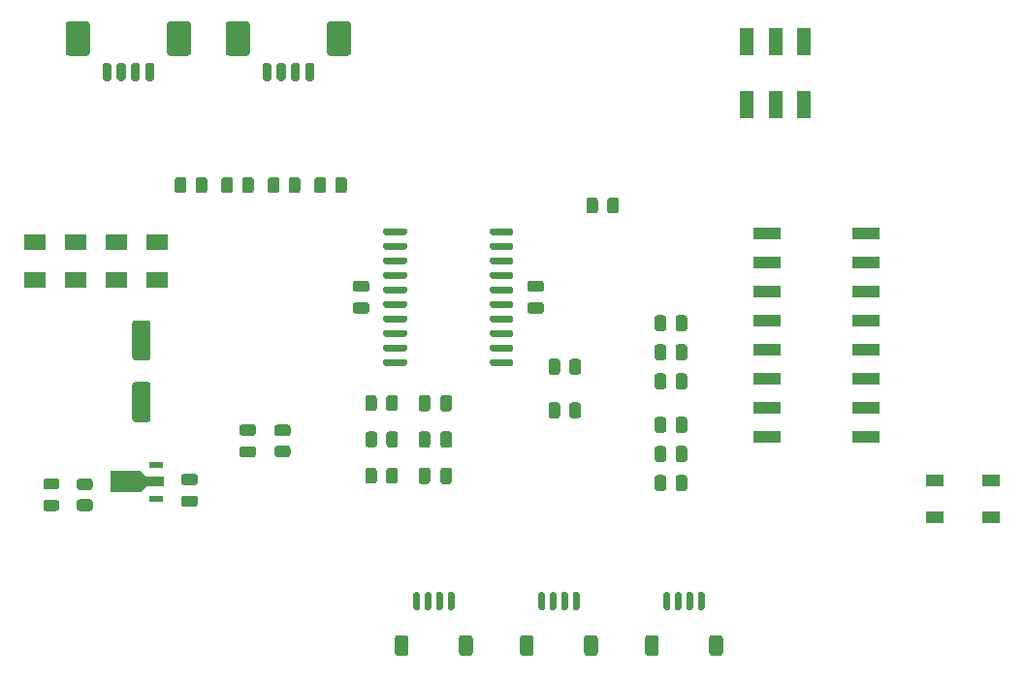
<source format=gtp>
G04 #@! TF.GenerationSoftware,KiCad,Pcbnew,6.0.10-86aedd382b~118~ubuntu18.04.1*
G04 #@! TF.CreationDate,2024-08-26T14:20:04-06:00*
G04 #@! TF.ProjectId,ckt-iiab,636b742d-6969-4616-922e-6b696361645f,rev?*
G04 #@! TF.SameCoordinates,Original*
G04 #@! TF.FileFunction,Paste,Top*
G04 #@! TF.FilePolarity,Positive*
%FSLAX46Y46*%
G04 Gerber Fmt 4.6, Leading zero omitted, Abs format (unit mm)*
G04 Created by KiCad (PCBNEW 6.0.10-86aedd382b~118~ubuntu18.04.1) date 2024-08-26 14:20:04*
%MOMM*%
%LPD*%
G01*
G04 APERTURE LIST*
%ADD10R,1.900000X1.400000*%
%ADD11R,2.440000X1.120000*%
%ADD12R,1.193800X2.489200*%
%ADD13R,1.300000X0.550000*%
%ADD14R,1.500000X1.000000*%
G04 APERTURE END LIST*
G36*
G01*
X101760000Y-106246000D02*
X102710000Y-106246000D01*
G75*
G02*
X102960000Y-106496000I0J-250000D01*
G01*
X102960000Y-106996000D01*
G75*
G02*
X102710000Y-107246000I-250000J0D01*
G01*
X101760000Y-107246000D01*
G75*
G02*
X101510000Y-106996000I0J250000D01*
G01*
X101510000Y-106496000D01*
G75*
G02*
X101760000Y-106246000I250000J0D01*
G01*
G37*
G36*
G01*
X101760000Y-108146000D02*
X102710000Y-108146000D01*
G75*
G02*
X102960000Y-108396000I0J-250000D01*
G01*
X102960000Y-108896000D01*
G75*
G02*
X102710000Y-109146000I-250000J0D01*
G01*
X101760000Y-109146000D01*
G75*
G02*
X101510000Y-108896000I0J250000D01*
G01*
X101510000Y-108396000D01*
G75*
G02*
X101760000Y-108146000I250000J0D01*
G01*
G37*
G36*
G01*
X138535000Y-122323000D02*
X138535000Y-121073000D01*
G75*
G02*
X138685000Y-120923000I150000J0D01*
G01*
X138985000Y-120923000D01*
G75*
G02*
X139135000Y-121073000I0J-150000D01*
G01*
X139135000Y-122323000D01*
G75*
G02*
X138985000Y-122473000I-150000J0D01*
G01*
X138685000Y-122473000D01*
G75*
G02*
X138535000Y-122323000I0J150000D01*
G01*
G37*
G36*
G01*
X139535000Y-122323000D02*
X139535000Y-121073000D01*
G75*
G02*
X139685000Y-120923000I150000J0D01*
G01*
X139985000Y-120923000D01*
G75*
G02*
X140135000Y-121073000I0J-150000D01*
G01*
X140135000Y-122323000D01*
G75*
G02*
X139985000Y-122473000I-150000J0D01*
G01*
X139685000Y-122473000D01*
G75*
G02*
X139535000Y-122323000I0J150000D01*
G01*
G37*
G36*
G01*
X140535000Y-122323000D02*
X140535000Y-121073000D01*
G75*
G02*
X140685000Y-120923000I150000J0D01*
G01*
X140985000Y-120923000D01*
G75*
G02*
X141135000Y-121073000I0J-150000D01*
G01*
X141135000Y-122323000D01*
G75*
G02*
X140985000Y-122473000I-150000J0D01*
G01*
X140685000Y-122473000D01*
G75*
G02*
X140535000Y-122323000I0J150000D01*
G01*
G37*
G36*
G01*
X141535000Y-122323000D02*
X141535000Y-121073000D01*
G75*
G02*
X141685000Y-120923000I150000J0D01*
G01*
X141985000Y-120923000D01*
G75*
G02*
X142135000Y-121073000I0J-150000D01*
G01*
X142135000Y-122323000D01*
G75*
G02*
X141985000Y-122473000I-150000J0D01*
G01*
X141685000Y-122473000D01*
G75*
G02*
X141535000Y-122323000I0J150000D01*
G01*
G37*
G36*
G01*
X142535000Y-126223000D02*
X142535000Y-124923000D01*
G75*
G02*
X142785000Y-124673000I250000J0D01*
G01*
X143485000Y-124673000D01*
G75*
G02*
X143735000Y-124923000I0J-250000D01*
G01*
X143735000Y-126223000D01*
G75*
G02*
X143485000Y-126473000I-250000J0D01*
G01*
X142785000Y-126473000D01*
G75*
G02*
X142535000Y-126223000I0J250000D01*
G01*
G37*
G36*
G01*
X136935000Y-126223000D02*
X136935000Y-124923000D01*
G75*
G02*
X137185000Y-124673000I250000J0D01*
G01*
X137885000Y-124673000D01*
G75*
G02*
X138135000Y-124923000I0J-250000D01*
G01*
X138135000Y-126223000D01*
G75*
G02*
X137885000Y-126473000I-250000J0D01*
G01*
X137185000Y-126473000D01*
G75*
G02*
X136935000Y-126223000I0J250000D01*
G01*
G37*
G36*
G01*
X140617000Y-99499000D02*
X140617000Y-100399000D01*
G75*
G02*
X140367000Y-100649000I-250000J0D01*
G01*
X139842000Y-100649000D01*
G75*
G02*
X139592000Y-100399000I0J250000D01*
G01*
X139592000Y-99499000D01*
G75*
G02*
X139842000Y-99249000I250000J0D01*
G01*
X140367000Y-99249000D01*
G75*
G02*
X140617000Y-99499000I0J-250000D01*
G01*
G37*
G36*
G01*
X138792000Y-99499000D02*
X138792000Y-100399000D01*
G75*
G02*
X138542000Y-100649000I-250000J0D01*
G01*
X138017000Y-100649000D01*
G75*
G02*
X137767000Y-100399000I0J250000D01*
G01*
X137767000Y-99499000D01*
G75*
G02*
X138017000Y-99249000I250000J0D01*
G01*
X138542000Y-99249000D01*
G75*
G02*
X138792000Y-99499000I0J-250000D01*
G01*
G37*
G36*
G01*
X98707000Y-84894000D02*
X98707000Y-85794000D01*
G75*
G02*
X98457000Y-86044000I-250000J0D01*
G01*
X97932000Y-86044000D01*
G75*
G02*
X97682000Y-85794000I0J250000D01*
G01*
X97682000Y-84894000D01*
G75*
G02*
X97932000Y-84644000I250000J0D01*
G01*
X98457000Y-84644000D01*
G75*
G02*
X98707000Y-84894000I0J-250000D01*
G01*
G37*
G36*
G01*
X96882000Y-84894000D02*
X96882000Y-85794000D01*
G75*
G02*
X96632000Y-86044000I-250000J0D01*
G01*
X96107000Y-86044000D01*
G75*
G02*
X95857000Y-85794000I0J250000D01*
G01*
X95857000Y-84894000D01*
G75*
G02*
X96107000Y-84644000I250000J0D01*
G01*
X96632000Y-84644000D01*
G75*
G02*
X96882000Y-84894000I0J-250000D01*
G01*
G37*
G36*
G01*
X117168000Y-111219000D02*
X117168000Y-110269000D01*
G75*
G02*
X117418000Y-110019000I250000J0D01*
G01*
X117918000Y-110019000D01*
G75*
G02*
X118168000Y-110269000I0J-250000D01*
G01*
X118168000Y-111219000D01*
G75*
G02*
X117918000Y-111469000I-250000J0D01*
G01*
X117418000Y-111469000D01*
G75*
G02*
X117168000Y-111219000I0J250000D01*
G01*
G37*
G36*
G01*
X119068000Y-111219000D02*
X119068000Y-110269000D01*
G75*
G02*
X119318000Y-110019000I250000J0D01*
G01*
X119818000Y-110019000D01*
G75*
G02*
X120068000Y-110269000I0J-250000D01*
G01*
X120068000Y-111219000D01*
G75*
G02*
X119818000Y-111469000I-250000J0D01*
G01*
X119318000Y-111469000D01*
G75*
G02*
X119068000Y-111219000I0J250000D01*
G01*
G37*
G36*
G01*
X104833000Y-106271000D02*
X105733000Y-106271000D01*
G75*
G02*
X105983000Y-106521000I0J-250000D01*
G01*
X105983000Y-107046000D01*
G75*
G02*
X105733000Y-107296000I-250000J0D01*
G01*
X104833000Y-107296000D01*
G75*
G02*
X104583000Y-107046000I0J250000D01*
G01*
X104583000Y-106521000D01*
G75*
G02*
X104833000Y-106271000I250000J0D01*
G01*
G37*
G36*
G01*
X104833000Y-108096000D02*
X105733000Y-108096000D01*
G75*
G02*
X105983000Y-108346000I0J-250000D01*
G01*
X105983000Y-108871000D01*
G75*
G02*
X105733000Y-109121000I-250000J0D01*
G01*
X104833000Y-109121000D01*
G75*
G02*
X104583000Y-108871000I0J250000D01*
G01*
X104583000Y-108346000D01*
G75*
G02*
X104833000Y-108096000I250000J0D01*
G01*
G37*
G36*
G01*
X115367500Y-107119000D02*
X115367500Y-108019000D01*
G75*
G02*
X115117500Y-108269000I-250000J0D01*
G01*
X114592500Y-108269000D01*
G75*
G02*
X114342500Y-108019000I0J250000D01*
G01*
X114342500Y-107119000D01*
G75*
G02*
X114592500Y-106869000I250000J0D01*
G01*
X115117500Y-106869000D01*
G75*
G02*
X115367500Y-107119000I0J-250000D01*
G01*
G37*
G36*
G01*
X113542500Y-107119000D02*
X113542500Y-108019000D01*
G75*
G02*
X113292500Y-108269000I-250000J0D01*
G01*
X112767500Y-108269000D01*
G75*
G02*
X112517500Y-108019000I0J250000D01*
G01*
X112517500Y-107119000D01*
G75*
G02*
X112767500Y-106869000I250000J0D01*
G01*
X113292500Y-106869000D01*
G75*
G02*
X113542500Y-107119000I0J-250000D01*
G01*
G37*
G36*
G01*
X106835000Y-84894000D02*
X106835000Y-85794000D01*
G75*
G02*
X106585000Y-86044000I-250000J0D01*
G01*
X106060000Y-86044000D01*
G75*
G02*
X105810000Y-85794000I0J250000D01*
G01*
X105810000Y-84894000D01*
G75*
G02*
X106060000Y-84644000I250000J0D01*
G01*
X106585000Y-84644000D01*
G75*
G02*
X106835000Y-84894000I0J-250000D01*
G01*
G37*
G36*
G01*
X105010000Y-84894000D02*
X105010000Y-85794000D01*
G75*
G02*
X104760000Y-86044000I-250000J0D01*
G01*
X104235000Y-86044000D01*
G75*
G02*
X103985000Y-85794000I0J250000D01*
G01*
X103985000Y-84894000D01*
G75*
G02*
X104235000Y-84644000I250000J0D01*
G01*
X104760000Y-84644000D01*
G75*
G02*
X105010000Y-84894000I0J-250000D01*
G01*
G37*
D10*
X87249000Y-93598000D03*
X87249000Y-90298000D03*
G36*
G01*
X140617000Y-102039000D02*
X140617000Y-102939000D01*
G75*
G02*
X140367000Y-103189000I-250000J0D01*
G01*
X139842000Y-103189000D01*
G75*
G02*
X139592000Y-102939000I0J250000D01*
G01*
X139592000Y-102039000D01*
G75*
G02*
X139842000Y-101789000I250000J0D01*
G01*
X140367000Y-101789000D01*
G75*
G02*
X140617000Y-102039000I0J-250000D01*
G01*
G37*
G36*
G01*
X138792000Y-102039000D02*
X138792000Y-102939000D01*
G75*
G02*
X138542000Y-103189000I-250000J0D01*
G01*
X138017000Y-103189000D01*
G75*
G02*
X137767000Y-102939000I0J250000D01*
G01*
X137767000Y-102039000D01*
G75*
G02*
X138017000Y-101789000I250000J0D01*
G01*
X138542000Y-101789000D01*
G75*
G02*
X138792000Y-102039000I0J-250000D01*
G01*
G37*
G36*
G01*
X127856000Y-96573000D02*
X126906000Y-96573000D01*
G75*
G02*
X126656000Y-96323000I0J250000D01*
G01*
X126656000Y-95823000D01*
G75*
G02*
X126906000Y-95573000I250000J0D01*
G01*
X127856000Y-95573000D01*
G75*
G02*
X128106000Y-95823000I0J-250000D01*
G01*
X128106000Y-96323000D01*
G75*
G02*
X127856000Y-96573000I-250000J0D01*
G01*
G37*
G36*
G01*
X127856000Y-94673000D02*
X126906000Y-94673000D01*
G75*
G02*
X126656000Y-94423000I0J250000D01*
G01*
X126656000Y-93923000D01*
G75*
G02*
X126906000Y-93673000I250000J0D01*
G01*
X127856000Y-93673000D01*
G75*
G02*
X128106000Y-93923000I0J-250000D01*
G01*
X128106000Y-94423000D01*
G75*
G02*
X127856000Y-94673000I-250000J0D01*
G01*
G37*
G36*
G01*
X93514000Y-106050000D02*
X92414000Y-106050000D01*
G75*
G02*
X92164000Y-105800000I0J250000D01*
G01*
X92164000Y-102800000D01*
G75*
G02*
X92414000Y-102550000I250000J0D01*
G01*
X93514000Y-102550000D01*
G75*
G02*
X93764000Y-102800000I0J-250000D01*
G01*
X93764000Y-105800000D01*
G75*
G02*
X93514000Y-106050000I-250000J0D01*
G01*
G37*
G36*
G01*
X93514000Y-100650000D02*
X92414000Y-100650000D01*
G75*
G02*
X92164000Y-100400000I0J250000D01*
G01*
X92164000Y-97400000D01*
G75*
G02*
X92414000Y-97150000I250000J0D01*
G01*
X93514000Y-97150000D01*
G75*
G02*
X93764000Y-97400000I0J-250000D01*
G01*
X93764000Y-100400000D01*
G75*
G02*
X93514000Y-100650000I-250000J0D01*
G01*
G37*
G36*
G01*
X131346000Y-100769000D02*
X131346000Y-101669000D01*
G75*
G02*
X131096000Y-101919000I-250000J0D01*
G01*
X130571000Y-101919000D01*
G75*
G02*
X130321000Y-101669000I0J250000D01*
G01*
X130321000Y-100769000D01*
G75*
G02*
X130571000Y-100519000I250000J0D01*
G01*
X131096000Y-100519000D01*
G75*
G02*
X131346000Y-100769000I0J-250000D01*
G01*
G37*
G36*
G01*
X129521000Y-100769000D02*
X129521000Y-101669000D01*
G75*
G02*
X129271000Y-101919000I-250000J0D01*
G01*
X128746000Y-101919000D01*
G75*
G02*
X128496000Y-101669000I0J250000D01*
G01*
X128496000Y-100769000D01*
G75*
G02*
X128746000Y-100519000I250000J0D01*
G01*
X129271000Y-100519000D01*
G75*
G02*
X129521000Y-100769000I0J-250000D01*
G01*
G37*
G36*
G01*
X116691000Y-122323000D02*
X116691000Y-121073000D01*
G75*
G02*
X116841000Y-120923000I150000J0D01*
G01*
X117141000Y-120923000D01*
G75*
G02*
X117291000Y-121073000I0J-150000D01*
G01*
X117291000Y-122323000D01*
G75*
G02*
X117141000Y-122473000I-150000J0D01*
G01*
X116841000Y-122473000D01*
G75*
G02*
X116691000Y-122323000I0J150000D01*
G01*
G37*
G36*
G01*
X117691000Y-122323000D02*
X117691000Y-121073000D01*
G75*
G02*
X117841000Y-120923000I150000J0D01*
G01*
X118141000Y-120923000D01*
G75*
G02*
X118291000Y-121073000I0J-150000D01*
G01*
X118291000Y-122323000D01*
G75*
G02*
X118141000Y-122473000I-150000J0D01*
G01*
X117841000Y-122473000D01*
G75*
G02*
X117691000Y-122323000I0J150000D01*
G01*
G37*
G36*
G01*
X118691000Y-122323000D02*
X118691000Y-121073000D01*
G75*
G02*
X118841000Y-120923000I150000J0D01*
G01*
X119141000Y-120923000D01*
G75*
G02*
X119291000Y-121073000I0J-150000D01*
G01*
X119291000Y-122323000D01*
G75*
G02*
X119141000Y-122473000I-150000J0D01*
G01*
X118841000Y-122473000D01*
G75*
G02*
X118691000Y-122323000I0J150000D01*
G01*
G37*
G36*
G01*
X119691000Y-122323000D02*
X119691000Y-121073000D01*
G75*
G02*
X119841000Y-120923000I150000J0D01*
G01*
X120141000Y-120923000D01*
G75*
G02*
X120291000Y-121073000I0J-150000D01*
G01*
X120291000Y-122323000D01*
G75*
G02*
X120141000Y-122473000I-150000J0D01*
G01*
X119841000Y-122473000D01*
G75*
G02*
X119691000Y-122323000I0J150000D01*
G01*
G37*
G36*
G01*
X115091000Y-126223000D02*
X115091000Y-124923000D01*
G75*
G02*
X115341000Y-124673000I250000J0D01*
G01*
X116041000Y-124673000D01*
G75*
G02*
X116291000Y-124923000I0J-250000D01*
G01*
X116291000Y-126223000D01*
G75*
G02*
X116041000Y-126473000I-250000J0D01*
G01*
X115341000Y-126473000D01*
G75*
G02*
X115091000Y-126223000I0J250000D01*
G01*
G37*
G36*
G01*
X120691000Y-126223000D02*
X120691000Y-124923000D01*
G75*
G02*
X120941000Y-124673000I250000J0D01*
G01*
X121641000Y-124673000D01*
G75*
G02*
X121891000Y-124923000I0J-250000D01*
G01*
X121891000Y-126223000D01*
G75*
G02*
X121641000Y-126473000I-250000J0D01*
G01*
X120941000Y-126473000D01*
G75*
G02*
X120691000Y-126223000I0J250000D01*
G01*
G37*
G36*
G01*
X134648000Y-86672000D02*
X134648000Y-87572000D01*
G75*
G02*
X134398000Y-87822000I-250000J0D01*
G01*
X133873000Y-87822000D01*
G75*
G02*
X133623000Y-87572000I0J250000D01*
G01*
X133623000Y-86672000D01*
G75*
G02*
X133873000Y-86422000I250000J0D01*
G01*
X134398000Y-86422000D01*
G75*
G02*
X134648000Y-86672000I0J-250000D01*
G01*
G37*
G36*
G01*
X132823000Y-86672000D02*
X132823000Y-87572000D01*
G75*
G02*
X132573000Y-87822000I-250000J0D01*
G01*
X132048000Y-87822000D01*
G75*
G02*
X131798000Y-87572000I0J250000D01*
G01*
X131798000Y-86672000D01*
G75*
G02*
X132048000Y-86422000I250000J0D01*
G01*
X132573000Y-86422000D01*
G75*
G02*
X132823000Y-86672000I0J-250000D01*
G01*
G37*
G36*
G01*
X115344000Y-103944000D02*
X115344000Y-104844000D01*
G75*
G02*
X115094000Y-105094000I-250000J0D01*
G01*
X114569000Y-105094000D01*
G75*
G02*
X114319000Y-104844000I0J250000D01*
G01*
X114319000Y-103944000D01*
G75*
G02*
X114569000Y-103694000I250000J0D01*
G01*
X115094000Y-103694000D01*
G75*
G02*
X115344000Y-103944000I0J-250000D01*
G01*
G37*
G36*
G01*
X113519000Y-103944000D02*
X113519000Y-104844000D01*
G75*
G02*
X113269000Y-105094000I-250000J0D01*
G01*
X112744000Y-105094000D01*
G75*
G02*
X112494000Y-104844000I0J250000D01*
G01*
X112494000Y-103944000D01*
G75*
G02*
X112744000Y-103694000I250000J0D01*
G01*
X113269000Y-103694000D01*
G75*
G02*
X113519000Y-103944000I0J-250000D01*
G01*
G37*
G36*
G01*
X110899000Y-84894000D02*
X110899000Y-85794000D01*
G75*
G02*
X110649000Y-86044000I-250000J0D01*
G01*
X110124000Y-86044000D01*
G75*
G02*
X109874000Y-85794000I0J250000D01*
G01*
X109874000Y-84894000D01*
G75*
G02*
X110124000Y-84644000I250000J0D01*
G01*
X110649000Y-84644000D01*
G75*
G02*
X110899000Y-84894000I0J-250000D01*
G01*
G37*
G36*
G01*
X109074000Y-84894000D02*
X109074000Y-85794000D01*
G75*
G02*
X108824000Y-86044000I-250000J0D01*
G01*
X108299000Y-86044000D01*
G75*
G02*
X108049000Y-85794000I0J250000D01*
G01*
X108049000Y-84894000D01*
G75*
G02*
X108299000Y-84644000I250000J0D01*
G01*
X108824000Y-84644000D01*
G75*
G02*
X109074000Y-84894000I0J-250000D01*
G01*
G37*
X94361000Y-90298000D03*
X94361000Y-93598000D03*
X83693000Y-90298000D03*
X83693000Y-93598000D03*
D11*
X156197000Y-107315000D03*
X156197000Y-104775000D03*
X156197000Y-102235000D03*
X156197000Y-99695000D03*
X156197000Y-97155000D03*
X156197000Y-94615000D03*
X156197000Y-92075000D03*
X156197000Y-89535000D03*
X147587000Y-89535000D03*
X147587000Y-92075000D03*
X147587000Y-94615000D03*
X147587000Y-97155000D03*
X147587000Y-99695000D03*
X147587000Y-102235000D03*
X147587000Y-104775000D03*
X147587000Y-107315000D03*
G36*
G01*
X117168000Y-104869000D02*
X117168000Y-103919000D01*
G75*
G02*
X117418000Y-103669000I250000J0D01*
G01*
X117918000Y-103669000D01*
G75*
G02*
X118168000Y-103919000I0J-250000D01*
G01*
X118168000Y-104869000D01*
G75*
G02*
X117918000Y-105119000I-250000J0D01*
G01*
X117418000Y-105119000D01*
G75*
G02*
X117168000Y-104869000I0J250000D01*
G01*
G37*
G36*
G01*
X119068000Y-104869000D02*
X119068000Y-103919000D01*
G75*
G02*
X119318000Y-103669000I250000J0D01*
G01*
X119818000Y-103669000D01*
G75*
G02*
X120068000Y-103919000I0J-250000D01*
G01*
X120068000Y-104869000D01*
G75*
G02*
X119818000Y-105119000I-250000J0D01*
G01*
X119318000Y-105119000D01*
G75*
G02*
X119068000Y-104869000I0J250000D01*
G01*
G37*
G36*
G01*
X84633750Y-110970000D02*
X85546250Y-110970000D01*
G75*
G02*
X85790000Y-111213750I0J-243750D01*
G01*
X85790000Y-111701250D01*
G75*
G02*
X85546250Y-111945000I-243750J0D01*
G01*
X84633750Y-111945000D01*
G75*
G02*
X84390000Y-111701250I0J243750D01*
G01*
X84390000Y-111213750D01*
G75*
G02*
X84633750Y-110970000I243750J0D01*
G01*
G37*
G36*
G01*
X84633750Y-112845000D02*
X85546250Y-112845000D01*
G75*
G02*
X85790000Y-113088750I0J-243750D01*
G01*
X85790000Y-113576250D01*
G75*
G02*
X85546250Y-113820000I-243750J0D01*
G01*
X84633750Y-113820000D01*
G75*
G02*
X84390000Y-113576250I0J243750D01*
G01*
X84390000Y-113088750D01*
G75*
G02*
X84633750Y-112845000I243750J0D01*
G01*
G37*
G36*
G01*
X102771000Y-84894000D02*
X102771000Y-85794000D01*
G75*
G02*
X102521000Y-86044000I-250000J0D01*
G01*
X101996000Y-86044000D01*
G75*
G02*
X101746000Y-85794000I0J250000D01*
G01*
X101746000Y-84894000D01*
G75*
G02*
X101996000Y-84644000I250000J0D01*
G01*
X102521000Y-84644000D01*
G75*
G02*
X102771000Y-84894000I0J-250000D01*
G01*
G37*
G36*
G01*
X100946000Y-84894000D02*
X100946000Y-85794000D01*
G75*
G02*
X100696000Y-86044000I-250000J0D01*
G01*
X100171000Y-86044000D01*
G75*
G02*
X99921000Y-85794000I0J250000D01*
G01*
X99921000Y-84894000D01*
G75*
G02*
X100171000Y-84644000I250000J0D01*
G01*
X100696000Y-84644000D01*
G75*
G02*
X100946000Y-84894000I0J-250000D01*
G01*
G37*
G36*
G01*
X140617000Y-108389000D02*
X140617000Y-109289000D01*
G75*
G02*
X140367000Y-109539000I-250000J0D01*
G01*
X139842000Y-109539000D01*
G75*
G02*
X139592000Y-109289000I0J250000D01*
G01*
X139592000Y-108389000D01*
G75*
G02*
X139842000Y-108139000I250000J0D01*
G01*
X140367000Y-108139000D01*
G75*
G02*
X140617000Y-108389000I0J-250000D01*
G01*
G37*
G36*
G01*
X138792000Y-108389000D02*
X138792000Y-109289000D01*
G75*
G02*
X138542000Y-109539000I-250000J0D01*
G01*
X138017000Y-109539000D01*
G75*
G02*
X137767000Y-109289000I0J250000D01*
G01*
X137767000Y-108389000D01*
G75*
G02*
X138017000Y-108139000I250000J0D01*
G01*
X138542000Y-108139000D01*
G75*
G02*
X138792000Y-108389000I0J-250000D01*
G01*
G37*
G36*
G01*
X140617000Y-96959000D02*
X140617000Y-97859000D01*
G75*
G02*
X140367000Y-98109000I-250000J0D01*
G01*
X139842000Y-98109000D01*
G75*
G02*
X139592000Y-97859000I0J250000D01*
G01*
X139592000Y-96959000D01*
G75*
G02*
X139842000Y-96709000I250000J0D01*
G01*
X140367000Y-96709000D01*
G75*
G02*
X140617000Y-96959000I0J-250000D01*
G01*
G37*
G36*
G01*
X138792000Y-96959000D02*
X138792000Y-97859000D01*
G75*
G02*
X138542000Y-98109000I-250000J0D01*
G01*
X138017000Y-98109000D01*
G75*
G02*
X137767000Y-97859000I0J250000D01*
G01*
X137767000Y-96959000D01*
G75*
G02*
X138017000Y-96709000I250000J0D01*
G01*
X138542000Y-96709000D01*
G75*
G02*
X138792000Y-96959000I0J-250000D01*
G01*
G37*
G36*
G01*
X131346000Y-104579000D02*
X131346000Y-105479000D01*
G75*
G02*
X131096000Y-105729000I-250000J0D01*
G01*
X130571000Y-105729000D01*
G75*
G02*
X130321000Y-105479000I0J250000D01*
G01*
X130321000Y-104579000D01*
G75*
G02*
X130571000Y-104329000I250000J0D01*
G01*
X131096000Y-104329000D01*
G75*
G02*
X131346000Y-104579000I0J-250000D01*
G01*
G37*
G36*
G01*
X129521000Y-104579000D02*
X129521000Y-105479000D01*
G75*
G02*
X129271000Y-105729000I-250000J0D01*
G01*
X128746000Y-105729000D01*
G75*
G02*
X128496000Y-105479000I0J250000D01*
G01*
X128496000Y-104579000D01*
G75*
G02*
X128746000Y-104329000I250000J0D01*
G01*
X129271000Y-104329000D01*
G75*
G02*
X129521000Y-104579000I0J-250000D01*
G01*
G37*
G36*
G01*
X114086000Y-89558000D02*
X114086000Y-89258000D01*
G75*
G02*
X114236000Y-89108000I150000J0D01*
G01*
X115986000Y-89108000D01*
G75*
G02*
X116136000Y-89258000I0J-150000D01*
G01*
X116136000Y-89558000D01*
G75*
G02*
X115986000Y-89708000I-150000J0D01*
G01*
X114236000Y-89708000D01*
G75*
G02*
X114086000Y-89558000I0J150000D01*
G01*
G37*
G36*
G01*
X114086000Y-90828000D02*
X114086000Y-90528000D01*
G75*
G02*
X114236000Y-90378000I150000J0D01*
G01*
X115986000Y-90378000D01*
G75*
G02*
X116136000Y-90528000I0J-150000D01*
G01*
X116136000Y-90828000D01*
G75*
G02*
X115986000Y-90978000I-150000J0D01*
G01*
X114236000Y-90978000D01*
G75*
G02*
X114086000Y-90828000I0J150000D01*
G01*
G37*
G36*
G01*
X114086000Y-92098000D02*
X114086000Y-91798000D01*
G75*
G02*
X114236000Y-91648000I150000J0D01*
G01*
X115986000Y-91648000D01*
G75*
G02*
X116136000Y-91798000I0J-150000D01*
G01*
X116136000Y-92098000D01*
G75*
G02*
X115986000Y-92248000I-150000J0D01*
G01*
X114236000Y-92248000D01*
G75*
G02*
X114086000Y-92098000I0J150000D01*
G01*
G37*
G36*
G01*
X114086000Y-93368000D02*
X114086000Y-93068000D01*
G75*
G02*
X114236000Y-92918000I150000J0D01*
G01*
X115986000Y-92918000D01*
G75*
G02*
X116136000Y-93068000I0J-150000D01*
G01*
X116136000Y-93368000D01*
G75*
G02*
X115986000Y-93518000I-150000J0D01*
G01*
X114236000Y-93518000D01*
G75*
G02*
X114086000Y-93368000I0J150000D01*
G01*
G37*
G36*
G01*
X114086000Y-94638000D02*
X114086000Y-94338000D01*
G75*
G02*
X114236000Y-94188000I150000J0D01*
G01*
X115986000Y-94188000D01*
G75*
G02*
X116136000Y-94338000I0J-150000D01*
G01*
X116136000Y-94638000D01*
G75*
G02*
X115986000Y-94788000I-150000J0D01*
G01*
X114236000Y-94788000D01*
G75*
G02*
X114086000Y-94638000I0J150000D01*
G01*
G37*
G36*
G01*
X114086000Y-95908000D02*
X114086000Y-95608000D01*
G75*
G02*
X114236000Y-95458000I150000J0D01*
G01*
X115986000Y-95458000D01*
G75*
G02*
X116136000Y-95608000I0J-150000D01*
G01*
X116136000Y-95908000D01*
G75*
G02*
X115986000Y-96058000I-150000J0D01*
G01*
X114236000Y-96058000D01*
G75*
G02*
X114086000Y-95908000I0J150000D01*
G01*
G37*
G36*
G01*
X114086000Y-97178000D02*
X114086000Y-96878000D01*
G75*
G02*
X114236000Y-96728000I150000J0D01*
G01*
X115986000Y-96728000D01*
G75*
G02*
X116136000Y-96878000I0J-150000D01*
G01*
X116136000Y-97178000D01*
G75*
G02*
X115986000Y-97328000I-150000J0D01*
G01*
X114236000Y-97328000D01*
G75*
G02*
X114086000Y-97178000I0J150000D01*
G01*
G37*
G36*
G01*
X114086000Y-98448000D02*
X114086000Y-98148000D01*
G75*
G02*
X114236000Y-97998000I150000J0D01*
G01*
X115986000Y-97998000D01*
G75*
G02*
X116136000Y-98148000I0J-150000D01*
G01*
X116136000Y-98448000D01*
G75*
G02*
X115986000Y-98598000I-150000J0D01*
G01*
X114236000Y-98598000D01*
G75*
G02*
X114086000Y-98448000I0J150000D01*
G01*
G37*
G36*
G01*
X114086000Y-99718000D02*
X114086000Y-99418000D01*
G75*
G02*
X114236000Y-99268000I150000J0D01*
G01*
X115986000Y-99268000D01*
G75*
G02*
X116136000Y-99418000I0J-150000D01*
G01*
X116136000Y-99718000D01*
G75*
G02*
X115986000Y-99868000I-150000J0D01*
G01*
X114236000Y-99868000D01*
G75*
G02*
X114086000Y-99718000I0J150000D01*
G01*
G37*
G36*
G01*
X114086000Y-100988000D02*
X114086000Y-100688000D01*
G75*
G02*
X114236000Y-100538000I150000J0D01*
G01*
X115986000Y-100538000D01*
G75*
G02*
X116136000Y-100688000I0J-150000D01*
G01*
X116136000Y-100988000D01*
G75*
G02*
X115986000Y-101138000I-150000J0D01*
G01*
X114236000Y-101138000D01*
G75*
G02*
X114086000Y-100988000I0J150000D01*
G01*
G37*
G36*
G01*
X123386000Y-100988000D02*
X123386000Y-100688000D01*
G75*
G02*
X123536000Y-100538000I150000J0D01*
G01*
X125286000Y-100538000D01*
G75*
G02*
X125436000Y-100688000I0J-150000D01*
G01*
X125436000Y-100988000D01*
G75*
G02*
X125286000Y-101138000I-150000J0D01*
G01*
X123536000Y-101138000D01*
G75*
G02*
X123386000Y-100988000I0J150000D01*
G01*
G37*
G36*
G01*
X123386000Y-99718000D02*
X123386000Y-99418000D01*
G75*
G02*
X123536000Y-99268000I150000J0D01*
G01*
X125286000Y-99268000D01*
G75*
G02*
X125436000Y-99418000I0J-150000D01*
G01*
X125436000Y-99718000D01*
G75*
G02*
X125286000Y-99868000I-150000J0D01*
G01*
X123536000Y-99868000D01*
G75*
G02*
X123386000Y-99718000I0J150000D01*
G01*
G37*
G36*
G01*
X123386000Y-98448000D02*
X123386000Y-98148000D01*
G75*
G02*
X123536000Y-97998000I150000J0D01*
G01*
X125286000Y-97998000D01*
G75*
G02*
X125436000Y-98148000I0J-150000D01*
G01*
X125436000Y-98448000D01*
G75*
G02*
X125286000Y-98598000I-150000J0D01*
G01*
X123536000Y-98598000D01*
G75*
G02*
X123386000Y-98448000I0J150000D01*
G01*
G37*
G36*
G01*
X123386000Y-97178000D02*
X123386000Y-96878000D01*
G75*
G02*
X123536000Y-96728000I150000J0D01*
G01*
X125286000Y-96728000D01*
G75*
G02*
X125436000Y-96878000I0J-150000D01*
G01*
X125436000Y-97178000D01*
G75*
G02*
X125286000Y-97328000I-150000J0D01*
G01*
X123536000Y-97328000D01*
G75*
G02*
X123386000Y-97178000I0J150000D01*
G01*
G37*
G36*
G01*
X123386000Y-95908000D02*
X123386000Y-95608000D01*
G75*
G02*
X123536000Y-95458000I150000J0D01*
G01*
X125286000Y-95458000D01*
G75*
G02*
X125436000Y-95608000I0J-150000D01*
G01*
X125436000Y-95908000D01*
G75*
G02*
X125286000Y-96058000I-150000J0D01*
G01*
X123536000Y-96058000D01*
G75*
G02*
X123386000Y-95908000I0J150000D01*
G01*
G37*
G36*
G01*
X123386000Y-94638000D02*
X123386000Y-94338000D01*
G75*
G02*
X123536000Y-94188000I150000J0D01*
G01*
X125286000Y-94188000D01*
G75*
G02*
X125436000Y-94338000I0J-150000D01*
G01*
X125436000Y-94638000D01*
G75*
G02*
X125286000Y-94788000I-150000J0D01*
G01*
X123536000Y-94788000D01*
G75*
G02*
X123386000Y-94638000I0J150000D01*
G01*
G37*
G36*
G01*
X123386000Y-93368000D02*
X123386000Y-93068000D01*
G75*
G02*
X123536000Y-92918000I150000J0D01*
G01*
X125286000Y-92918000D01*
G75*
G02*
X125436000Y-93068000I0J-150000D01*
G01*
X125436000Y-93368000D01*
G75*
G02*
X125286000Y-93518000I-150000J0D01*
G01*
X123536000Y-93518000D01*
G75*
G02*
X123386000Y-93368000I0J150000D01*
G01*
G37*
G36*
G01*
X123386000Y-92098000D02*
X123386000Y-91798000D01*
G75*
G02*
X123536000Y-91648000I150000J0D01*
G01*
X125286000Y-91648000D01*
G75*
G02*
X125436000Y-91798000I0J-150000D01*
G01*
X125436000Y-92098000D01*
G75*
G02*
X125286000Y-92248000I-150000J0D01*
G01*
X123536000Y-92248000D01*
G75*
G02*
X123386000Y-92098000I0J150000D01*
G01*
G37*
G36*
G01*
X123386000Y-90828000D02*
X123386000Y-90528000D01*
G75*
G02*
X123536000Y-90378000I150000J0D01*
G01*
X125286000Y-90378000D01*
G75*
G02*
X125436000Y-90528000I0J-150000D01*
G01*
X125436000Y-90828000D01*
G75*
G02*
X125286000Y-90978000I-150000J0D01*
G01*
X123536000Y-90978000D01*
G75*
G02*
X123386000Y-90828000I0J150000D01*
G01*
G37*
G36*
G01*
X123386000Y-89558000D02*
X123386000Y-89258000D01*
G75*
G02*
X123536000Y-89108000I150000J0D01*
G01*
X125286000Y-89108000D01*
G75*
G02*
X125436000Y-89258000I0J-150000D01*
G01*
X125436000Y-89558000D01*
G75*
G02*
X125286000Y-89708000I-150000J0D01*
G01*
X123536000Y-89708000D01*
G75*
G02*
X123386000Y-89558000I0J150000D01*
G01*
G37*
G36*
G01*
X111666000Y-93673000D02*
X112616000Y-93673000D01*
G75*
G02*
X112866000Y-93923000I0J-250000D01*
G01*
X112866000Y-94423000D01*
G75*
G02*
X112616000Y-94673000I-250000J0D01*
G01*
X111666000Y-94673000D01*
G75*
G02*
X111416000Y-94423000I0J250000D01*
G01*
X111416000Y-93923000D01*
G75*
G02*
X111666000Y-93673000I250000J0D01*
G01*
G37*
G36*
G01*
X111666000Y-95573000D02*
X112616000Y-95573000D01*
G75*
G02*
X112866000Y-95823000I0J-250000D01*
G01*
X112866000Y-96323000D01*
G75*
G02*
X112616000Y-96573000I-250000J0D01*
G01*
X111666000Y-96573000D01*
G75*
G02*
X111416000Y-96323000I0J250000D01*
G01*
X111416000Y-95823000D01*
G75*
G02*
X111666000Y-95573000I250000J0D01*
G01*
G37*
D10*
X90805000Y-93598000D03*
X90805000Y-90298000D03*
G36*
G01*
X87561000Y-110970000D02*
X88461000Y-110970000D01*
G75*
G02*
X88711000Y-111220000I0J-250000D01*
G01*
X88711000Y-111745000D01*
G75*
G02*
X88461000Y-111995000I-250000J0D01*
G01*
X87561000Y-111995000D01*
G75*
G02*
X87311000Y-111745000I0J250000D01*
G01*
X87311000Y-111220000D01*
G75*
G02*
X87561000Y-110970000I250000J0D01*
G01*
G37*
G36*
G01*
X87561000Y-112795000D02*
X88461000Y-112795000D01*
G75*
G02*
X88711000Y-113045000I0J-250000D01*
G01*
X88711000Y-113570000D01*
G75*
G02*
X88461000Y-113820000I-250000J0D01*
G01*
X87561000Y-113820000D01*
G75*
G02*
X87311000Y-113570000I0J250000D01*
G01*
X87311000Y-113045000D01*
G75*
G02*
X87561000Y-112795000I250000J0D01*
G01*
G37*
G36*
G01*
X140617000Y-110929000D02*
X140617000Y-111829000D01*
G75*
G02*
X140367000Y-112079000I-250000J0D01*
G01*
X139842000Y-112079000D01*
G75*
G02*
X139592000Y-111829000I0J250000D01*
G01*
X139592000Y-110929000D01*
G75*
G02*
X139842000Y-110679000I250000J0D01*
G01*
X140367000Y-110679000D01*
G75*
G02*
X140617000Y-110929000I0J-250000D01*
G01*
G37*
G36*
G01*
X138792000Y-110929000D02*
X138792000Y-111829000D01*
G75*
G02*
X138542000Y-112079000I-250000J0D01*
G01*
X138017000Y-112079000D01*
G75*
G02*
X137767000Y-111829000I0J250000D01*
G01*
X137767000Y-110929000D01*
G75*
G02*
X138017000Y-110679000I250000J0D01*
G01*
X138542000Y-110679000D01*
G75*
G02*
X138792000Y-110929000I0J-250000D01*
G01*
G37*
G36*
G01*
X117168000Y-108044000D02*
X117168000Y-107094000D01*
G75*
G02*
X117418000Y-106844000I250000J0D01*
G01*
X117918000Y-106844000D01*
G75*
G02*
X118168000Y-107094000I0J-250000D01*
G01*
X118168000Y-108044000D01*
G75*
G02*
X117918000Y-108294000I-250000J0D01*
G01*
X117418000Y-108294000D01*
G75*
G02*
X117168000Y-108044000I0J250000D01*
G01*
G37*
G36*
G01*
X119068000Y-108044000D02*
X119068000Y-107094000D01*
G75*
G02*
X119318000Y-106844000I250000J0D01*
G01*
X119818000Y-106844000D01*
G75*
G02*
X120068000Y-107094000I0J-250000D01*
G01*
X120068000Y-108044000D01*
G75*
G02*
X119818000Y-108294000I-250000J0D01*
G01*
X119318000Y-108294000D01*
G75*
G02*
X119068000Y-108044000I0J250000D01*
G01*
G37*
G36*
G01*
X115344000Y-110294000D02*
X115344000Y-111194000D01*
G75*
G02*
X115094000Y-111444000I-250000J0D01*
G01*
X114569000Y-111444000D01*
G75*
G02*
X114319000Y-111194000I0J250000D01*
G01*
X114319000Y-110294000D01*
G75*
G02*
X114569000Y-110044000I250000J0D01*
G01*
X115094000Y-110044000D01*
G75*
G02*
X115344000Y-110294000I0J-250000D01*
G01*
G37*
G36*
G01*
X113519000Y-110294000D02*
X113519000Y-111194000D01*
G75*
G02*
X113269000Y-111444000I-250000J0D01*
G01*
X112744000Y-111444000D01*
G75*
G02*
X112494000Y-111194000I0J250000D01*
G01*
X112494000Y-110294000D01*
G75*
G02*
X112744000Y-110044000I250000J0D01*
G01*
X113269000Y-110044000D01*
G75*
G02*
X113519000Y-110294000I0J-250000D01*
G01*
G37*
G36*
G01*
X127613000Y-122323000D02*
X127613000Y-121073000D01*
G75*
G02*
X127763000Y-120923000I150000J0D01*
G01*
X128063000Y-120923000D01*
G75*
G02*
X128213000Y-121073000I0J-150000D01*
G01*
X128213000Y-122323000D01*
G75*
G02*
X128063000Y-122473000I-150000J0D01*
G01*
X127763000Y-122473000D01*
G75*
G02*
X127613000Y-122323000I0J150000D01*
G01*
G37*
G36*
G01*
X128613000Y-122323000D02*
X128613000Y-121073000D01*
G75*
G02*
X128763000Y-120923000I150000J0D01*
G01*
X129063000Y-120923000D01*
G75*
G02*
X129213000Y-121073000I0J-150000D01*
G01*
X129213000Y-122323000D01*
G75*
G02*
X129063000Y-122473000I-150000J0D01*
G01*
X128763000Y-122473000D01*
G75*
G02*
X128613000Y-122323000I0J150000D01*
G01*
G37*
G36*
G01*
X129613000Y-122323000D02*
X129613000Y-121073000D01*
G75*
G02*
X129763000Y-120923000I150000J0D01*
G01*
X130063000Y-120923000D01*
G75*
G02*
X130213000Y-121073000I0J-150000D01*
G01*
X130213000Y-122323000D01*
G75*
G02*
X130063000Y-122473000I-150000J0D01*
G01*
X129763000Y-122473000D01*
G75*
G02*
X129613000Y-122323000I0J150000D01*
G01*
G37*
G36*
G01*
X130613000Y-122323000D02*
X130613000Y-121073000D01*
G75*
G02*
X130763000Y-120923000I150000J0D01*
G01*
X131063000Y-120923000D01*
G75*
G02*
X131213000Y-121073000I0J-150000D01*
G01*
X131213000Y-122323000D01*
G75*
G02*
X131063000Y-122473000I-150000J0D01*
G01*
X130763000Y-122473000D01*
G75*
G02*
X130613000Y-122323000I0J150000D01*
G01*
G37*
G36*
G01*
X131613000Y-126223000D02*
X131613000Y-124923000D01*
G75*
G02*
X131863000Y-124673000I250000J0D01*
G01*
X132563000Y-124673000D01*
G75*
G02*
X132813000Y-124923000I0J-250000D01*
G01*
X132813000Y-126223000D01*
G75*
G02*
X132563000Y-126473000I-250000J0D01*
G01*
X131863000Y-126473000D01*
G75*
G02*
X131613000Y-126223000I0J250000D01*
G01*
G37*
G36*
G01*
X126013000Y-126223000D02*
X126013000Y-124923000D01*
G75*
G02*
X126263000Y-124673000I250000J0D01*
G01*
X126963000Y-124673000D01*
G75*
G02*
X127213000Y-124923000I0J-250000D01*
G01*
X127213000Y-126223000D01*
G75*
G02*
X126963000Y-126473000I-250000J0D01*
G01*
X126263000Y-126473000D01*
G75*
G02*
X126013000Y-126223000I0J250000D01*
G01*
G37*
D12*
X150836000Y-72809100D03*
X148336000Y-72809100D03*
X145836000Y-72809100D03*
X150836000Y-78320900D03*
X148336000Y-78320900D03*
X145836000Y-78320900D03*
D13*
X94233000Y-112752000D03*
G36*
X90283000Y-110327000D02*
G01*
X92883000Y-110327000D01*
X93408000Y-110852000D01*
X94883000Y-110852000D01*
X94883000Y-111652000D01*
X93408000Y-111652000D01*
X92883000Y-112177000D01*
X90283000Y-112177000D01*
X90283000Y-110327000D01*
G37*
X94233000Y-109752000D03*
D14*
X167169000Y-114376000D03*
X167169000Y-111176000D03*
X162269000Y-111176000D03*
X162269000Y-114376000D03*
G36*
G01*
X140617000Y-105849000D02*
X140617000Y-106749000D01*
G75*
G02*
X140367000Y-106999000I-250000J0D01*
G01*
X139842000Y-106999000D01*
G75*
G02*
X139592000Y-106749000I0J250000D01*
G01*
X139592000Y-105849000D01*
G75*
G02*
X139842000Y-105599000I250000J0D01*
G01*
X140367000Y-105599000D01*
G75*
G02*
X140617000Y-105849000I0J-250000D01*
G01*
G37*
G36*
G01*
X138792000Y-105849000D02*
X138792000Y-106749000D01*
G75*
G02*
X138542000Y-106999000I-250000J0D01*
G01*
X138017000Y-106999000D01*
G75*
G02*
X137767000Y-106749000I0J250000D01*
G01*
X137767000Y-105849000D01*
G75*
G02*
X138017000Y-105599000I250000J0D01*
G01*
X138542000Y-105599000D01*
G75*
G02*
X138792000Y-105849000I0J-250000D01*
G01*
G37*
G36*
G01*
X108066000Y-74825000D02*
X108066000Y-76025000D01*
G75*
G02*
X107866000Y-76225000I-200000J0D01*
G01*
X107466000Y-76225000D01*
G75*
G02*
X107266000Y-76025000I0J200000D01*
G01*
X107266000Y-74825000D01*
G75*
G02*
X107466000Y-74625000I200000J0D01*
G01*
X107866000Y-74625000D01*
G75*
G02*
X108066000Y-74825000I0J-200000D01*
G01*
G37*
G36*
G01*
X106816000Y-74825000D02*
X106816000Y-76025000D01*
G75*
G02*
X106616000Y-76225000I-200000J0D01*
G01*
X106216000Y-76225000D01*
G75*
G02*
X106016000Y-76025000I0J200000D01*
G01*
X106016000Y-74825000D01*
G75*
G02*
X106216000Y-74625000I200000J0D01*
G01*
X106616000Y-74625000D01*
G75*
G02*
X106816000Y-74825000I0J-200000D01*
G01*
G37*
G36*
G01*
X105566000Y-74825000D02*
X105566000Y-76025000D01*
G75*
G02*
X105366000Y-76225000I-200000J0D01*
G01*
X104966000Y-76225000D01*
G75*
G02*
X104766000Y-76025000I0J200000D01*
G01*
X104766000Y-74825000D01*
G75*
G02*
X104966000Y-74625000I200000J0D01*
G01*
X105366000Y-74625000D01*
G75*
G02*
X105566000Y-74825000I0J-200000D01*
G01*
G37*
G36*
G01*
X104316000Y-74825000D02*
X104316000Y-76025000D01*
G75*
G02*
X104116000Y-76225000I-200000J0D01*
G01*
X103716000Y-76225000D01*
G75*
G02*
X103516000Y-76025000I0J200000D01*
G01*
X103516000Y-74825000D01*
G75*
G02*
X103716000Y-74625000I200000J0D01*
G01*
X104116000Y-74625000D01*
G75*
G02*
X104316000Y-74825000I0J-200000D01*
G01*
G37*
G36*
G01*
X102416000Y-71275001D02*
X102416000Y-73774999D01*
G75*
G02*
X102165999Y-74025000I-250001J0D01*
G01*
X100566001Y-74025000D01*
G75*
G02*
X100316000Y-73774999I0J250001D01*
G01*
X100316000Y-71275001D01*
G75*
G02*
X100566001Y-71025000I250001J0D01*
G01*
X102165999Y-71025000D01*
G75*
G02*
X102416000Y-71275001I0J-250001D01*
G01*
G37*
G36*
G01*
X111266000Y-71275001D02*
X111266000Y-73774999D01*
G75*
G02*
X111015999Y-74025000I-250001J0D01*
G01*
X109416001Y-74025000D01*
G75*
G02*
X109166000Y-73774999I0J250001D01*
G01*
X109166000Y-71275001D01*
G75*
G02*
X109416001Y-71025000I250001J0D01*
G01*
X111015999Y-71025000D01*
G75*
G02*
X111266000Y-71275001I0J-250001D01*
G01*
G37*
G36*
G01*
X94096000Y-74825000D02*
X94096000Y-76025000D01*
G75*
G02*
X93896000Y-76225000I-200000J0D01*
G01*
X93496000Y-76225000D01*
G75*
G02*
X93296000Y-76025000I0J200000D01*
G01*
X93296000Y-74825000D01*
G75*
G02*
X93496000Y-74625000I200000J0D01*
G01*
X93896000Y-74625000D01*
G75*
G02*
X94096000Y-74825000I0J-200000D01*
G01*
G37*
G36*
G01*
X92846000Y-74825000D02*
X92846000Y-76025000D01*
G75*
G02*
X92646000Y-76225000I-200000J0D01*
G01*
X92246000Y-76225000D01*
G75*
G02*
X92046000Y-76025000I0J200000D01*
G01*
X92046000Y-74825000D01*
G75*
G02*
X92246000Y-74625000I200000J0D01*
G01*
X92646000Y-74625000D01*
G75*
G02*
X92846000Y-74825000I0J-200000D01*
G01*
G37*
G36*
G01*
X91596000Y-74825000D02*
X91596000Y-76025000D01*
G75*
G02*
X91396000Y-76225000I-200000J0D01*
G01*
X90996000Y-76225000D01*
G75*
G02*
X90796000Y-76025000I0J200000D01*
G01*
X90796000Y-74825000D01*
G75*
G02*
X90996000Y-74625000I200000J0D01*
G01*
X91396000Y-74625000D01*
G75*
G02*
X91596000Y-74825000I0J-200000D01*
G01*
G37*
G36*
G01*
X90346000Y-74825000D02*
X90346000Y-76025000D01*
G75*
G02*
X90146000Y-76225000I-200000J0D01*
G01*
X89746000Y-76225000D01*
G75*
G02*
X89546000Y-76025000I0J200000D01*
G01*
X89546000Y-74825000D01*
G75*
G02*
X89746000Y-74625000I200000J0D01*
G01*
X90146000Y-74625000D01*
G75*
G02*
X90346000Y-74825000I0J-200000D01*
G01*
G37*
G36*
G01*
X88446000Y-71275001D02*
X88446000Y-73774999D01*
G75*
G02*
X88195999Y-74025000I-250001J0D01*
G01*
X86596001Y-74025000D01*
G75*
G02*
X86346000Y-73774999I0J250001D01*
G01*
X86346000Y-71275001D01*
G75*
G02*
X86596001Y-71025000I250001J0D01*
G01*
X88195999Y-71025000D01*
G75*
G02*
X88446000Y-71275001I0J-250001D01*
G01*
G37*
G36*
G01*
X97296000Y-71275001D02*
X97296000Y-73774999D01*
G75*
G02*
X97045999Y-74025000I-250001J0D01*
G01*
X95446001Y-74025000D01*
G75*
G02*
X95196000Y-73774999I0J250001D01*
G01*
X95196000Y-71275001D01*
G75*
G02*
X95446001Y-71025000I250001J0D01*
G01*
X97045999Y-71025000D01*
G75*
G02*
X97296000Y-71275001I0J-250001D01*
G01*
G37*
G36*
G01*
X97630000Y-113464000D02*
X96680000Y-113464000D01*
G75*
G02*
X96430000Y-113214000I0J250000D01*
G01*
X96430000Y-112714000D01*
G75*
G02*
X96680000Y-112464000I250000J0D01*
G01*
X97630000Y-112464000D01*
G75*
G02*
X97880000Y-112714000I0J-250000D01*
G01*
X97880000Y-113214000D01*
G75*
G02*
X97630000Y-113464000I-250000J0D01*
G01*
G37*
G36*
G01*
X97630000Y-111564000D02*
X96680000Y-111564000D01*
G75*
G02*
X96430000Y-111314000I0J250000D01*
G01*
X96430000Y-110814000D01*
G75*
G02*
X96680000Y-110564000I250000J0D01*
G01*
X97630000Y-110564000D01*
G75*
G02*
X97880000Y-110814000I0J-250000D01*
G01*
X97880000Y-111314000D01*
G75*
G02*
X97630000Y-111564000I-250000J0D01*
G01*
G37*
M02*

</source>
